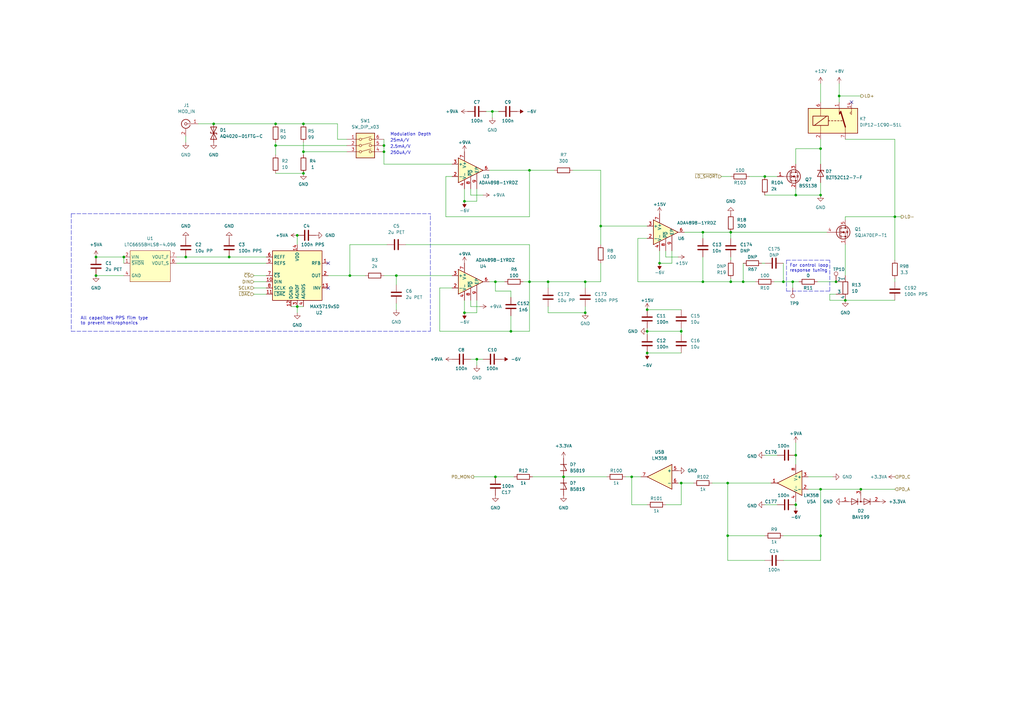
<source format=kicad_sch>
(kicad_sch (version 20211123) (generator eeschema)
  (paper "A3")
  (title_block (title "Kirdy") (date "2022-07-03") (rev "r0.1") (company "M-Labs") (comment 1 "Alex Wong Tat Hang"))
  (lib_symbols
    (symbol "Amplifier_Operational:ADA4898-1YRDZ" (pin_names (offset 0.127))
      (property "Reference" "U" (at 3.81 3.81 0))
      (property "Value" "ADA4898-1YRDZ" (at 11.43 -2.54 0))
      (symbol "ADA4898-1YRDZ_1_1"
        (pin input line (at -7.62 -2.54 0) (length 2.54) (name "-") (number "2"))
        (pin input line (at -7.62 2.54 0) (length 2.54) (name "+") (number "3"))
        (pin power_in line (at -2.54 -7.62 90) (length 3.81) (name "V-") (number "4"))
        (pin output line (at 7.62 0 180) (length 2.54) (name "~") (number "6"))
        (pin power_in line (at -2.54 7.62 270) (length 3.81) (name "V+") (number "7"))
        (pin input line (at 0 -7.62 90) (length 5.08) (name "~{PD}") (number "8"))
        (pin passive line (at 2.54 -7.62 90) (length 6.35) (name "EP") (number "9"))
      )
    )
    (symbol "Amplifier_Operational:LM358" (pin_names (offset 0.127))
      (property "Reference" "U" (at 0 5.08 0))
      (property "Value" "LM358" (at 0 -5.08 0))
      (symbol "LM358_1_1"
        (pin output line (at 7.62 0 180) (length 2.54) (name "~") (number "1"))
        (pin input line (at -7.62 -2.54 0) (length 2.54) (name "-") (number "2"))
        (pin input line (at -7.62 2.54 0) (length 2.54) (name "+") (number "3"))
      )
      (symbol "LM358_2_1"
        (pin input line (at -7.62 2.54 0) (length 2.54) (name "+") (number "5"))
        (pin input line (at -7.62 -2.54 0) (length 2.54) (name "-") (number "6"))
        (pin output line (at 7.62 0 180) (length 2.54) (name "~") (number "7"))
      )
      (symbol "LM358_3_1"
        (pin power_in line (at -2.54 -7.62 90) (length 3.81) (name "V-") (number "4"))
        (pin power_in line (at -2.54 7.62 270) (length 3.81) (name "V+") (number "8"))
      )
    )
    (symbol "Analog_DAC:MAX5719xSD"
      (property "Reference" "U" (at -10.16 11.43 0))
      (property "Value" "MAX5719xSD" (at 1.27 11.43 0))
      (symbol "MAX5719xSD_1_1"
        (pin passive line (at 12.7 5.08 180) (length 2.54) (name "RFB") (number "1"))
        (pin input line (at -12.7 -2.54 0) (length 2.54) (name "DIN") (number "10"))
        (pin input line (at -12.7 -7.62 0) (length 2.54) (name "~{LDAC}") (number "11"))
        (pin power_in line (at -2.54 -12.7 90) (length 2.54) (name "DGND") (number "12"))
        (pin passive line (at 12.7 -5.08 180) (length 2.54) (name "INV") (number "13"))
        (pin power_in line (at 0 12.7 270) (length 2.54) (name "VDD") (number "14"))
        (pin output line (at 12.7 0 180) (length 2.54) (name "OUT") (number "2"))
        (pin power_in line (at 0 -12.7 90) (length 2.54) (name "AGNDF") (number "3"))
        (pin power_in line (at 2.54 -12.7 90) (length 2.54) (name "AGNDS") (number "4"))
        (pin input line (at -12.7 5.08 0) (length 2.54) (name "REFS") (number "5"))
        (pin input line (at -12.7 7.62 0) (length 2.54) (name "REFF") (number "6"))
        (pin input line (at -12.7 0 0) (length 2.54) (name "~{CS}") (number "7"))
        (pin input line (at -12.7 -5.08 0) (length 2.54) (name "SCLK") (number "8"))
        (pin no_connect line (at 10.16 -7.62 180) (length 2.54) hide (name "NC") (number "9"))
      )
    )
    (symbol "Connector:Conn_Coaxial" (pin_names (offset 1.016) hide)
      (property "Reference" "J" (at 0.254 3.048 0))
      (property "Value" "Conn_Coaxial" (at 2.921 0 90))
      (symbol "Conn_Coaxial_1_1"
        (pin passive line (at -5.08 0 0) (length 2.54) (name "In") (number "1"))
        (pin passive line (at 0 -5.08 90) (length 2.54) (name "Ext") (number "2"))
      )
    )
    (symbol "Connector:TestPoint" (pin_numbers hide) (pin_names (offset 0.762) hide)
      (property "Reference" "TP" (at 0 6.858 0))
      (property "Value" "TestPoint" (at 0 5.08 0))
      (symbol "TestPoint_1_1"
        (pin passive line (at 0 0 90) (length 2.54) (name "1") (number "1"))
      )
    )
    (symbol "Device:C" (pin_numbers hide) (pin_names (offset 0.254))
      (property "Reference" "C" (at 0.635 2.54 0))
      (property "Value" "C" (at 0.635 -2.54 0))
      (symbol "C_1_1"
        (pin passive line (at 0 3.81 270) (length 2.794) (name "~") (number "1"))
        (pin passive line (at 0 -3.81 90) (length 2.794) (name "~") (number "2"))
      )
    )
    (symbol "Device:D_Shockley" (pin_numbers hide) (pin_names (offset 1.016) hide)
      (property "Reference" "D" (at 0 2.54 0))
      (property "Value" "D_Shockley" (at 0 -2.54 0))
      (symbol "D_Shockley_1_1"
        (pin passive line (at -3.81 0 0) (length 2.54) (name "K") (number "1"))
        (pin passive line (at 3.81 0 180) (length 2.54) (name "A") (number "2"))
      )
    )
    (symbol "Device:D_TVS" (pin_numbers hide) (pin_names (offset 1.016) hide)
      (property "Reference" "D" (at 0 2.54 0))
      (property "Value" "D_TVS" (at 0 -2.54 0))
      (symbol "D_TVS_1_1"
        (pin passive line (at -3.81 0 0) (length 2.54) (name "A1") (number "1"))
        (pin passive line (at 3.81 0 180) (length 2.54) (name "A2") (number "2"))
      )
    )
    (symbol "Device:D_Zener" (pin_numbers hide) (pin_names (offset 1.016) hide)
      (property "Reference" "D" (at 0 2.54 0))
      (property "Value" "D_Zener" (at 0 -2.54 0))
      (symbol "D_Zener_1_1"
        (pin passive line (at -3.81 0 0) (length 2.54) (name "K") (number "1"))
        (pin passive line (at 3.81 0 180) (length 2.54) (name "A") (number "2"))
      )
    )
    (symbol "Device:R" (pin_numbers hide) (pin_names (offset 0))
      (property "Reference" "R" (at 2.032 0 90))
      (property "Value" "R" (at 0 0 90))
      (symbol "R_1_1"
        (pin passive line (at 0 3.81 270) (length 1.27) (name "~") (number "1"))
        (pin passive line (at 0 -3.81 90) (length 1.27) (name "~") (number "2"))
      )
    )
    (symbol "Device:R_Shunt" (pin_numbers hide) (pin_names (offset 0))
      (property "Reference" "R" (at -4.445 0 90))
      (property "Value" "R_Shunt" (at -2.54 0 90))
      (symbol "R_Shunt_1_1"
        (pin passive line (at 0 5.08 270) (length 2.54) (name "1") (number "1"))
        (pin passive line (at 3.81 2.54 180) (length 2.54) (name "2") (number "2"))
        (pin passive line (at 3.81 -2.54 180) (length 2.54) (name "3") (number "3"))
        (pin passive line (at 0 -5.08 90) (length 2.54) (name "4") (number "4"))
      )
    )
    (symbol "Diode:BAV99" (pin_names hide)
      (property "Reference" "D" (at 0 5.08 0))
      (property "Value" "BAV99" (at 0 2.54 0))
      (symbol "BAV99_1_1"
        (pin passive line (at -7.62 0 0) (length 2.54) (name "K") (number "1"))
        (pin passive line (at 7.62 0 180) (length 2.54) (name "A") (number "2"))
        (pin passive line (at 0 -5.08 90) (length 2.54) (name "K") (number "3"))
      )
    )
    (symbol "Relay:DIPxx-1Cxx-51x"
      (property "Reference" "K" (at 11.43 3.81 0))
      (property "Value" "DIPxx-1Cxx-51x" (at 11.43 1.27 0))
      (symbol "DIPxx-1Cxx-51x_1_1"
        (pin passive line (at 2.54 7.62 270) (length 2.54) (name "~") (number "1"))
        (pin passive line (at 7.62 7.62 270) (length 2.54) (name "~") (number "14"))
        (pin passive line (at -5.08 -7.62 90) (length 2.54) (name "~") (number "2"))
        (pin passive line (at -5.08 7.62 270) (length 2.54) (name "~") (number "6"))
        (pin passive line (at 5.08 -7.62 90) (length 2.54) (name "~") (number "7"))
        (pin passive line (at 5.08 -7.62 90) (length 2.54) hide (name "~") (number "8"))
      )
    )
    (symbol "Switch:SW_DIP_x03" (pin_names (offset 0) hide)
      (property "Reference" "SW" (at 0 8.89 0))
      (property "Value" "SW_DIP_x03" (at 0 -3.81 0))
      (symbol "SW_DIP_x03_1_1"
        (pin passive line (at -7.62 5.08 0) (length 5.08) (name "~") (number "1"))
        (pin passive line (at -7.62 2.54 0) (length 5.08) (name "~") (number "2"))
        (pin passive line (at -7.62 0 0) (length 5.08) (name "~") (number "3"))
        (pin passive line (at 7.62 0 180) (length 5.08) (name "~") (number "4"))
        (pin passive line (at 7.62 2.54 180) (length 5.08) (name "~") (number "5"))
        (pin passive line (at 7.62 5.08 180) (length 5.08) (name "~") (number "6"))
      )
    )
    (symbol "Transistor_FET:BSS138" (pin_names hide)
      (property "Reference" "Q" (at 5.08 1.905 0))
      (property "Value" "BSS138" (at 5.08 0 0))
      (symbol "BSS138_1_1"
        (pin input line (at -5.08 0 0) (length 2.54) (name "G") (number "1"))
        (pin passive line (at 2.54 -5.08 90) (length 2.54) (name "S") (number "2"))
        (pin passive line (at 2.54 5.08 270) (length 2.54) (name "D") (number "3"))
      )
    )
    (symbol "Transistor_FET:CSD17507Q5A" (pin_names hide)
      (property "Reference" "Q" (at 5.08 1.905 0))
      (property "Value" "CSD17507Q5A" (at 5.08 0 0))
      (symbol "CSD17507Q5A_1_1"
        (pin passive line (at 2.54 -5.08 90) (length 2.54) (name "S") (number "1"))
        (pin passive line (at 2.54 -5.08 90) (length 2.54) hide (name "S") (number "2"))
        (pin passive line (at 2.54 -5.08 90) (length 2.54) hide (name "S") (number "3"))
        (pin passive line (at -5.08 0 0) (length 2.54) (name "G") (number "4"))
        (pin passive line (at 2.54 5.08 270) (length 2.54) (name "D") (number "5"))
      )
    )
    (symbol "kirdy:LTC6655"
      (property "Reference" "U" (at 0 -10.16 0))
      (property "Value" "LTC6655" (at 0 -7.62 0))
      (symbol "LTC6655_0_0"
        (pin input line (at -10.16 2.54 0) (length 2.54) (name "~{SHDN}") (number "1"))
        (pin power_in line (at -10.16 5.08 0) (length 2.54) (name "VIN") (number "2"))
        (pin power_in line (at -10.16 -2.54 0) (length 2.54) hide (name "GND") (number "3"))
        (pin power_in line (at -10.16 -2.54 0) (length 2.54) (name "GND") (number "4"))
        (pin power_in line (at -10.16 -2.54 0) (length 2.54) hide (name "GND") (number "5"))
        (pin passive line (at 11.43 2.54 180) (length 2.54) (name "VOUT_S") (number "6"))
        (pin output line (at 11.43 5.08 180) (length 2.54) (name "VOUT_F") (number "7"))
        (pin power_in line (at -10.16 -2.54 0) (length 2.54) hide (name "GND") (number "8"))
      )
    )
    (symbol "power:+12V" (power) (pin_names (offset 0))
      (property "Value" "+12V" (at 0 3.556 0))
      (symbol "+12V_1_1"
        (pin power_in line (at 0 0 90) (length 0) hide (name "+12V") (number "1"))
      )
    )
    (symbol "power:+15V" (power) (pin_names (offset 0))
      (property "Value" "+15V" (at 0 3.556 0))
      (symbol "+15V_1_1"
        (pin power_in line (at 0 0 90) (length 0) hide (name "+15V") (number "1"))
      )
    )
    (symbol "power:+3.3VA" (power) (pin_names (offset 0))
      (property "Value" "+3.3VA" (at 0 3.556 0))
      (symbol "+3.3VA_1_1"
        (pin power_in line (at 0 0 90) (length 0) hide (name "+3.3VA") (number "1"))
      )
    )
    (symbol "power:+5VA" (power) (pin_names (offset 0))
      (property "Value" "+5VA" (at 0 3.556 0))
      (symbol "+5VA_1_1"
        (pin power_in line (at 0 0 90) (length 0) hide (name "+5VA") (number "1"))
      )
    )
    (symbol "power:+8V" (power) (pin_names (offset 0))
      (property "Value" "+8V" (at 0 3.556 0))
      (symbol "+8V_1_1"
        (pin power_in line (at 0 0 90) (length 0) hide (name "+8V") (number "1"))
      )
    )
    (symbol "power:+9VA" (power) (pin_names (offset 0))
      (property "Value" "+9VA" (at 0 3.81 0))
      (symbol "+9VA_1_1"
        (pin power_in line (at 0 0 90) (length 0) hide (name "+9VA") (number "1"))
      )
    )
    (symbol "power:-6V" (power) (pin_names (offset 0))
      (property "Value" "-6V" (at 0 3.81 0))
      (symbol "-6V_0_0"
        (pin power_in line (at 0 0 90) (length 0) hide (name "-6V") (number "1"))
      )
    )
    (symbol "power:GND" (power) (pin_names (offset 0))
      (property "Value" "GND" (at 0 -3.81 0))
      (symbol "GND_1_1"
        (pin power_in line (at 0 0 270) (length 0) hide (name "GND") (number "1"))
      )
    )
  )
  (junction (at 270.51 107.95))
  (junction (at 124.46 71.12))
  (junction (at 217.17 69.85))
  (junction (at 342.9 115.57))
  (junction (at 265.43 135.89))
  (junction (at 203.2 115.57))
  (junction (at 121.92 96.52))
  (junction (at 288.29 95.25))
  (junction (at 367.03 88.9))
  (junction (at 231.14 195.58))
  (junction (at 87.63 50.8))
  (junction (at 201.93 45.72))
  (junction (at 157.48 62.23))
  (junction (at 240.03 115.57))
  (junction (at 336.55 219.71))
  (junction (at 195.58 147.32))
  (junction (at 299.72 115.57))
  (junction (at 265.43 127))
  (junction (at 190.5 128.27))
  (junction (at 124.46 50.8))
  (junction (at 336.55 60.96))
  (junction (at 298.45 198.12))
  (junction (at 217.17 115.57))
  (junction (at 224.79 115.57))
  (junction (at 190.5 82.55))
  (junction (at 325.12 115.57))
  (junction (at 288.29 115.57))
  (junction (at 143.51 113.03))
  (junction (at 336.55 80.01))
  (junction (at 326.39 207.01))
  (junction (at 326.39 80.01))
  (junction (at 299.72 95.25))
  (junction (at 259.08 195.58))
  (junction (at 113.03 50.8))
  (junction (at 336.55 200.66))
  (junction (at 162.56 113.03))
  (junction (at 76.2 105.41))
  (junction (at 279.4 198.12))
  (junction (at 279.4 135.89))
  (junction (at 246.38 92.71))
  (junction (at 50.8 105.41))
  (junction (at 346.71 123.19))
  (junction (at 265.43 144.78))
  (junction (at 93.98 105.41))
  (junction (at 353.06 200.66))
  (junction (at 39.37 113.03))
  (junction (at 240.03 128.27))
  (junction (at 113.03 59.69))
  (junction (at 344.17 39.37))
  (junction (at 298.45 219.71))
  (junction (at 304.8 115.57))
  (junction (at 326.39 186.69))
  (junction (at 124.46 62.23))
  (junction (at 121.92 125.73))
  (junction (at 209.55 135.89))
  (junction (at 39.37 105.41))
  (junction (at 203.2 195.58))
  (junction (at 157.48 59.69))
  (junction (at 313.69 72.39))
  (junction (at 321.31 115.57))
  (no_connect (at 349.25 41.91))
  (no_connect (at 134.62 118.11))
  (no_connect (at 134.62 107.95))
  (wire (pts (xy 162.56 124.46) (xy 162.56 127)))
  (wire (pts (xy 104.14 113.03) (xy 109.22 113.03)))
  (wire (pts (xy 326.39 207.01) (xy 326.39 205.74)))
  (wire (pts (xy 298.45 219.71) (xy 313.69 219.71)))
  (wire (pts (xy 50.8 105.41) (xy 50.8 107.95)))
  (wire (pts (xy 157.48 59.69) (xy 157.48 62.23)))
  (wire (pts (xy 313.69 72.39) (xy 318.77 72.39)))
  (wire (pts (xy 217.17 115.57) (xy 224.79 115.57)))
  (wire (pts (xy 353.06 200.66) (xy 367.03 200.66)))
  (wire (pts (xy 113.03 71.12) (xy 124.46 71.12)))
  (wire (pts (xy 335.28 115.57) (xy 342.9 115.57)))
  (wire (pts (xy 288.29 95.25) (xy 299.72 95.25)))
  (wire (pts (xy 321.31 219.71) (xy 336.55 219.71)))
  (wire (pts (xy 336.55 219.71) (xy 336.55 200.66)))
  (wire (pts (xy 325.12 118.11) (xy 325.12 115.57)))
  (wire (pts (xy 231.14 195.58) (xy 248.92 195.58)))
  (wire (pts (xy 240.03 115.57) (xy 246.38 115.57)))
  (wire (pts (xy 265.43 135.89) (xy 265.43 137.16)))
  (wire (pts (xy 346.71 90.17) (xy 346.71 88.9)))
  (wire (pts (xy 166.37 100.33) (xy 217.17 100.33)))
  (wire (pts (xy 138.43 57.15) (xy 142.24 57.15)))
  (wire (pts (xy 278.13 198.12) (xy 279.4 198.12)))
  (wire (pts (xy 194.31 195.58) (xy 203.2 195.58)))
  (wire (pts (xy 76.2 58.42) (xy 76.2 55.88)))
  (wire (pts (xy 240.03 118.11) (xy 240.03 115.57)))
  (wire (pts (xy 288.29 95.25) (xy 288.29 97.79)))
  (wire (pts (xy 280.67 95.25) (xy 288.29 95.25)))
  (wire (pts (xy 193.04 125.73) (xy 196.85 125.73)))
  (wire (pts (xy 336.55 34.29) (xy 336.55 41.91)))
  (wire (pts (xy 124.46 58.42) (xy 124.46 62.23)))
  (wire (pts (xy 273.05 207.01) (xy 279.4 207.01)))
  (wire (pts (xy 246.38 107.95) (xy 246.38 115.57)))
  (wire (pts (xy 367.03 114.3) (xy 367.03 115.57)))
  (wire (pts (xy 299.72 95.25) (xy 339.09 95.25)))
  (wire (pts (xy 81.28 50.8) (xy 87.63 50.8)))
  (wire (pts (xy 336.55 74.93) (xy 336.55 80.01)))
  (polyline (pts (xy 322.58 119.38) (xy 340.36 119.38)))
  (wire (pts (xy 104.14 118.11) (xy 109.22 118.11)))
  (wire (pts (xy 273.05 105.41) (xy 278.13 105.41)))
  (polyline (pts (xy 322.58 106.68) (xy 340.36 106.68)))
  (wire (pts (xy 326.39 60.96) (xy 336.55 60.96)))
  (wire (pts (xy 340.36 120.65) (xy 340.36 123.19)))
  (wire (pts (xy 157.48 57.15) (xy 157.48 59.69)))
  (wire (pts (xy 299.72 105.41) (xy 299.72 106.68)))
  (wire (pts (xy 298.45 219.71) (xy 298.45 198.12)))
  (wire (pts (xy 76.2 105.41) (xy 93.98 105.41)))
  (wire (pts (xy 104.14 115.57) (xy 109.22 115.57)))
  (wire (pts (xy 113.03 58.42) (xy 113.03 59.69)))
  (wire (pts (xy 200.66 69.85) (xy 217.17 69.85)))
  (wire (pts (xy 201.93 45.72) (xy 201.93 48.26)))
  (wire (pts (xy 295.91 72.39) (xy 299.72 72.39)))
  (wire (pts (xy 224.79 115.57) (xy 240.03 115.57)))
  (wire (pts (xy 217.17 88.9) (xy 217.17 69.85)))
  (wire (pts (xy 209.55 135.89) (xy 217.17 135.89)))
  (wire (pts (xy 162.56 113.03) (xy 185.42 113.03)))
  (wire (pts (xy 157.48 113.03) (xy 162.56 113.03)))
  (wire (pts (xy 299.72 95.25) (xy 299.72 97.79)))
  (wire (pts (xy 217.17 135.89) (xy 217.17 115.57)))
  (wire (pts (xy 367.03 88.9) (xy 346.71 88.9)))
  (wire (pts (xy 313.69 229.87) (xy 298.45 229.87)))
  (wire (pts (xy 240.03 128.27) (xy 240.03 125.73)))
  (wire (pts (xy 313.69 207.01) (xy 318.77 207.01)))
  (wire (pts (xy 72.39 107.95) (xy 109.22 107.95)))
  (wire (pts (xy 336.55 57.15) (xy 336.55 60.96)))
  (wire (pts (xy 124.46 62.23) (xy 142.24 62.23)))
  (wire (pts (xy 214.63 115.57) (xy 217.17 115.57)))
  (wire (pts (xy 279.4 135.89) (xy 265.43 135.89)))
  (wire (pts (xy 201.93 45.72) (xy 204.47 45.72)))
  (wire (pts (xy 180.34 118.11) (xy 180.34 135.89)))
  (wire (pts (xy 256.54 195.58) (xy 259.08 195.58)))
  (wire (pts (xy 259.08 207.01) (xy 259.08 195.58)))
  (wire (pts (xy 195.58 82.55) (xy 195.58 77.47)))
  (wire (pts (xy 190.5 77.47) (xy 190.5 82.55)))
  (wire (pts (xy 195.58 128.27) (xy 195.58 123.19)))
  (wire (pts (xy 279.4 198.12) (xy 284.48 198.12)))
  (wire (pts (xy 143.51 100.33) (xy 143.51 113.03)))
  (wire (pts (xy 158.75 100.33) (xy 143.51 100.33)))
  (polyline (pts (xy 29.21 87.63) (xy 176.53 87.63)))
  (wire (pts (xy 346.71 123.19) (xy 367.03 123.19)))
  (wire (pts (xy 218.44 195.58) (xy 231.14 195.58)))
  (wire (pts (xy 195.58 147.32) (xy 198.12 147.32)))
  (wire (pts (xy 87.63 50.8) (xy 113.03 50.8)))
  (wire (pts (xy 304.8 107.95) (xy 304.8 115.57)))
  (wire (pts (xy 193.04 77.47) (xy 193.04 80.01)))
  (wire (pts (xy 113.03 50.8) (xy 124.46 50.8)))
  (wire (pts (xy 190.5 82.55) (xy 195.58 82.55)))
  (wire (pts (xy 193.04 147.32) (xy 195.58 147.32)))
  (wire (pts (xy 203.2 195.58) (xy 210.82 195.58)))
  (wire (pts (xy 321.31 115.57) (xy 325.12 115.57)))
  (wire (pts (xy 246.38 69.85) (xy 246.38 92.71)))
  (wire (pts (xy 270.51 107.95) (xy 275.59 107.95)))
  (wire (pts (xy 199.39 45.72) (xy 201.93 45.72)))
  (wire (pts (xy 344.17 39.37) (xy 344.17 41.91)))
  (wire (pts (xy 185.42 72.39) (xy 182.88 72.39)))
  (polyline (pts (xy 340.36 119.38) (xy 340.36 106.68)))
  (wire (pts (xy 340.36 120.65) (xy 342.9 120.65)))
  (wire (pts (xy 292.1 198.12) (xy 298.45 198.12)))
  (wire (pts (xy 72.39 105.41) (xy 76.2 105.41)))
  (wire (pts (xy 259.08 195.58) (xy 262.89 195.58)))
  (wire (pts (xy 180.34 135.89) (xy 209.55 135.89)))
  (wire (pts (xy 298.45 198.12) (xy 316.23 198.12)))
  (wire (pts (xy 193.04 123.19) (xy 193.04 125.73)))
  (wire (pts (xy 134.62 113.03) (xy 143.51 113.03)))
  (wire (pts (xy 209.55 119.38) (xy 203.2 119.38)))
  (wire (pts (xy 93.98 105.41) (xy 109.22 105.41)))
  (wire (pts (xy 317.5 115.57) (xy 321.31 115.57)))
  (wire (pts (xy 367.03 57.15) (xy 346.71 57.15)))
  (wire (pts (xy 326.39 67.31) (xy 326.39 60.96)))
  (wire (pts (xy 234.95 69.85) (xy 246.38 69.85)))
  (wire (pts (xy 39.37 105.41) (xy 50.8 105.41)))
  (wire (pts (xy 326.39 181.61) (xy 326.39 186.69)))
  (wire (pts (xy 39.37 113.03) (xy 50.8 113.03)))
  (wire (pts (xy 369.57 88.9) (xy 367.03 88.9)))
  (wire (pts (xy 190.5 128.27) (xy 195.58 128.27)))
  (wire (pts (xy 124.46 62.23) (xy 124.46 63.5)))
  (wire (pts (xy 270.51 102.87) (xy 270.51 107.95)))
  (polyline (pts (xy 29.21 87.63) (xy 29.21 135.89)))
  (wire (pts (xy 325.12 115.57) (xy 327.66 115.57)))
  (wire (pts (xy 113.03 59.69) (xy 142.24 59.69)))
  (wire (pts (xy 261.62 115.57) (xy 261.62 97.79)))
  (wire (pts (xy 298.45 229.87) (xy 298.45 219.71)))
  (wire (pts (xy 121.92 96.52) (xy 121.92 100.33)))
  (wire (pts (xy 273.05 102.87) (xy 273.05 105.41)))
  (wire (pts (xy 157.48 67.31) (xy 185.42 67.31)))
  (polyline (pts (xy 322.58 106.68) (xy 322.58 119.38)))
  (wire (pts (xy 217.17 69.85) (xy 227.33 69.85)))
  (wire (pts (xy 331.47 195.58) (xy 341.63 195.58)))
  (wire (pts (xy 304.8 115.57) (xy 309.88 115.57)))
  (wire (pts (xy 344.17 39.37) (xy 353.06 39.37)))
  (wire (pts (xy 288.29 115.57) (xy 261.62 115.57)))
  (wire (pts (xy 182.88 88.9) (xy 217.17 88.9)))
  (wire (pts (xy 119.38 125.73) (xy 121.92 125.73)))
  (wire (pts (xy 246.38 92.71) (xy 265.43 92.71)))
  (wire (pts (xy 367.03 88.9) (xy 367.03 106.68)))
  (wire (pts (xy 104.14 120.65) (xy 109.22 120.65)))
  (wire (pts (xy 326.39 208.28) (xy 326.39 207.01)))
  (wire (pts (xy 143.51 113.03) (xy 149.86 113.03)))
  (wire (pts (xy 193.04 80.01) (xy 198.12 80.01)))
  (wire (pts (xy 246.38 92.71) (xy 246.38 100.33)))
  (polyline (pts (xy 29.21 135.89) (xy 176.53 135.89)))
  (wire (pts (xy 224.79 125.73) (xy 224.79 128.27)))
  (wire (pts (xy 299.72 114.3) (xy 299.72 115.57)))
  (wire (pts (xy 367.03 57.15) (xy 367.03 88.9)))
  (wire (pts (xy 313.69 186.69) (xy 318.77 186.69)))
  (wire (pts (xy 321.31 229.87) (xy 336.55 229.87)))
  (wire (pts (xy 336.55 60.96) (xy 336.55 67.31)))
  (wire (pts (xy 190.5 123.19) (xy 190.5 128.27)))
  (wire (pts (xy 326.39 186.69) (xy 326.39 190.5)))
  (wire (pts (xy 224.79 118.11) (xy 224.79 115.57)))
  (wire (pts (xy 331.47 200.66) (xy 336.55 200.66)))
  (wire (pts (xy 203.2 119.38) (xy 203.2 115.57)))
  (wire (pts (xy 321.31 107.95) (xy 321.31 115.57)))
  (wire (pts (xy 336.55 229.87) (xy 336.55 219.71)))
  (wire (pts (xy 209.55 129.54) (xy 209.55 135.89)))
  (wire (pts (xy 279.4 134.62) (xy 279.4 135.89)))
  (wire (pts (xy 344.17 34.29) (xy 344.17 39.37)))
  (wire (pts (xy 312.42 107.95) (xy 313.69 107.95)))
  (wire (pts (xy 313.69 80.01) (xy 326.39 80.01)))
  (wire (pts (xy 113.03 59.69) (xy 113.03 63.5)))
  (wire (pts (xy 121.92 125.73) (xy 121.92 128.27)))
  (wire (pts (xy 217.17 100.33) (xy 217.17 115.57)))
  (wire (pts (xy 279.4 135.89) (xy 279.4 137.16)))
  (wire (pts (xy 162.56 113.03) (xy 162.56 116.84)))
  (wire (pts (xy 279.4 207.01) (xy 279.4 198.12)))
  (wire (pts (xy 157.48 62.23) (xy 157.48 67.31)))
  (wire (pts (xy 124.46 50.8) (xy 138.43 50.8)))
  (wire (pts (xy 203.2 115.57) (xy 207.01 115.57)))
  (wire (pts (xy 326.39 77.47) (xy 326.39 80.01)))
  (wire (pts (xy 307.34 72.39) (xy 313.69 72.39)))
  (wire (pts (xy 340.36 123.19) (xy 346.71 123.19)))
  (wire (pts (xy 185.42 118.11) (xy 180.34 118.11)))
  (wire (pts (xy 265.43 134.62) (xy 265.43 135.89)))
  (wire (pts (xy 224.79 128.27) (xy 240.03 128.27)))
  (wire (pts (xy 265.43 127) (xy 279.4 127)))
  (wire (pts (xy 336.55 200.66) (xy 353.06 200.66)))
  (wire (pts (xy 288.29 115.57) (xy 299.72 115.57)))
  (wire (pts (xy 209.55 121.92) (xy 209.55 119.38)))
  (wire (pts (xy 265.43 144.78) (xy 279.4 144.78)))
  (wire (pts (xy 200.66 115.57) (xy 203.2 115.57)))
  (wire (pts (xy 346.71 100.33) (xy 346.71 113.03)))
  (wire (pts (xy 138.43 50.8) (xy 138.43 57.15)))
  (wire (pts (xy 275.59 107.95) (xy 275.59 102.87)))
  (wire (pts (xy 288.29 105.41) (xy 288.29 115.57)))
  (wire (pts (xy 195.58 147.32) (xy 195.58 149.86)))
  (wire (pts (xy 299.72 115.57) (xy 304.8 115.57)))
  (polyline (pts (xy 176.53 135.89) (xy 176.53 87.63)))
  (wire (pts (xy 336.55 80.01) (xy 326.39 80.01)))
  (wire (pts (xy 265.43 207.01) (xy 259.08 207.01)))
  (wire (pts (xy 121.92 125.73) (xy 124.46 125.73)))
  (wire (pts (xy 182.88 72.39) (xy 182.88 88.9)))
  (wire (pts (xy 261.62 97.79) (xy 265.43 97.79)))
  (text "250uA/V" (at 160.02 63.5 0) (effects (font (size 1.27 1.27)) (justify left bottom)))
  (text "All capacitors PPS film type\nto prevent microphonics " (at 33.02 133.35 0) (effects (font (size 1.27 1.27)) (justify left bottom)))
  (text "2.5mA/V" (at 160.02 60.96 0) (effects (font (size 1.27 1.27)) (justify left bottom)))
  (text "For control loop\nresponse tuning" (at 323.85 111.76 0) (effects (font (size 1.27 1.27)) (justify left bottom)))
  (text "25mA/V" (at 160.02 58.42 0) (effects (font (size 1.27 1.27)) (justify left bottom)))
  (text "Modulation Depth" (at 160.02 55.88 0) (effects (font (size 1.27 1.27)) (justify left bottom)))
  (hierarchical_label "~{LDAC}" (shape input) (at 104.14 120.65 180))
  (hierarchical_label "~{LD_SHORT}" (shape input) (at 295.91 72.39 180))
  (hierarchical_label "LD+" (shape output) (at 353.06 39.37 0))
  (hierarchical_label "SCLK" (shape input) (at 104.14 118.11 180))
  (hierarchical_label "PD_MON" (shape output) (at 194.31 195.58 180))
  (hierarchical_label "PD_C" (shape input) (at 367.03 195.58 0))
  (hierarchical_label "PD_A" (shape input) (at 367.03 200.66 0))
  (hierarchical_label "DIN" (shape input) (at 104.14 115.57 180))
  (hierarchical_label "LD-" (shape output) (at 369.57 88.9 0))
  (hierarchical_label "~{CS}" (shape input) (at 104.14 113.03 180))
  (symbol (lib_id "Connector:TestPoint") (at 342.9 115.57 0) (unit 1)
    (property "Reference" "TP10" (at 341.63 110.49 0) (effects (justify left)))
    (property "Value" "TestPoint" (effects hide))
    (property "Footprint" "TestPoint:TestPoint_Pad_2.0x2.0mm" (effects hide))
  )
  (symbol (lib_id "Amplifier_Operational:LM358") (at 328.93 198.12 0) (unit 3)
    (property "Reference" "U5" (effects hide))
    (property "Value" "LM358" (effects hide))
    (property "Datasheet" "http://www.ti.com/lit/ds/symlink/lm2904-n.pdf" (effects hide))
  )
  (symbol (lib_id "Device:R") (at 299.72 110.49 180) (unit 1)
    (property "Reference" "R19" (at 295.91 111.76 0))
    (property "Value" "DNP" (at 295.91 109.22 0))
    (property "Footprint" "Resistor_SMD:R_0603_1608Metric" (effects hide))
  )
  (symbol (lib_id "Device:R") (at 299.72 91.44 180) (unit 1)
    (property "Reference" "R18" (at 302.26 90.1699 0) (effects (justify right)))
    (property "Value" "300" (at 302.26 92.7099 0) (effects (justify right)))
    (property "Footprint" "Resistor_SMD:R_0603_1608Metric" (effects hide))
    (property "MFR_PN" "WR06X1000FTL" (effects hide))
    (property "MFR_PN_ALT" "RMCF0603FT100R" (effects hide))
  )
  (symbol (lib_id "Diode:BAV99") (at 353.06 205.74 0) (mirror x) (unit 1)
    (property "Reference" "D2" (at 353.06 209.55 0))
    (property "Value" "BAV199" (at 353.06 212.09 0))
    (property "Footprint" "Package_TO_SOT_SMD:SOT-23" (effects hide))
    (property "Datasheet" "https://assets.nexperia.com/documents/data-sheet/BAV99_SER.pdf" (effects hide))
    (property "MFR_PN" "BAV199W-7" (effects hide))
    (property "MFR_PN_ALT" "BAV199E6327HTSA1" (effects hide))
  )
  (symbol (lib_id "power:+3.3VA") (at 367.03 195.58 90) (unit 1)
    (property "Reference" "#PWR0173" (effects hide))
    (property "Value" "+3.3VA" (at 356.87 195.58 90) (effects (justify right)))
  )
  (symbol (lib_id "power:GND") (at 313.69 186.69 270) (unit 1)
    (property "Reference" "#PWR0130" (effects hide))
    (property "Value" "GND" (at 310.5151 187.1238 90) (effects (justify right)))
  )
  (symbol (lib_id "power:GND") (at 345.44 205.74 270) (unit 1)
    (property "Reference" "#PWR036" (effects hide))
    (property "Value" "GND" (at 341.63 205.7399 90) (effects (justify right)))
  )
  (symbol (lib_id "Device:R") (at 313.69 76.2 180) (unit 1)
    (property "Reference" "R104" (at 316.23 74.9299 0) (effects (justify right)))
    (property "Value" "2k" (at 316.23 77.4699 0) (effects (justify right)))
    (property "Footprint" "Resistor_SMD:R_0603_1608Metric" (effects hide))
    (property "MFR_PN" "RC0603FR-072KL" (effects hide))
    (property "MFR_PN_ALT" "ERJ-3EKF2001V" (effects hide))
  )
  (symbol (lib_id "power:GND") (at 336.55 80.01 0) (unit 1)
    (property "Reference" "#PWR0171" (effects hide))
    (property "Value" "GND" (at 336.55 85.09 0))
  )
  (symbol (lib_id "power:+3.3VA") (at 231.14 187.96 0) (unit 1)
    (property "Reference" "#PWR032" (effects hide))
    (property "Value" "+3.3VA" (at 231.14 182.88 0))
  )
  (symbol (lib_id "power:-6V") (at 212.09 45.72 270) (unit 1)
    (property "Reference" "#PWR022" (effects hide))
    (property "Value" "-6V" (at 215.9 45.7199 90) (effects (justify left)))
  )
  (symbol (lib_id "Device:C") (at 162.56 100.33 90) (unit 1)
    (property "Reference" "C5" (at 162.56 92.71 90))
    (property "Value" "2u PET" (at 162.56 95.25 90))
    (property "Footprint" "Capacitor_SMD:C_1812_4532Metric" (effects hide))
    (property "MFR_PN" "35MU225MC14532" (effects hide))
  )
  (symbol (lib_id "power:+15V") (at 265.43 127 0) (unit 1)
    (property "Reference" "#PWR028" (effects hide))
    (property "Value" "+15V" (at 265.43 123.19 0))
  )
  (symbol (lib_id "Device:R") (at 331.47 115.57 90) (unit 1)
    (property "Reference" "R11" (at 331.47 118.11 90))
    (property "Value" "0" (at 331.47 113.03 90))
    (property "Footprint" "Resistor_SMD:R_0603_1608Metric" (effects hide))
    (property "MFR_PN" "RMCF0603ZT0R00" (effects hide))
    (property "MFR_PN_ALT" "CR0603-J/-000ELF" (effects hide))
  )
  (symbol (lib_id "power:-6V") (at 205.74 147.32 270) (unit 1)
    (property "Reference" "#PWR023" (effects hide))
    (property "Value" "-6V" (at 209.55 147.3199 90) (effects (justify left)))
  )
  (symbol (lib_id "Device:C") (at 208.28 45.72 90) (unit 1)
    (property "Reference" "C9" (at 208.28 41.91 90))
    (property "Value" "100n" (at 208.28 49.53 90))
    (property "Footprint" "Capacitor_SMD:C_0603_1608Metric" (effects hide))
    (property "MFR_PN" "CL10B104KB8NNWC" (effects hide))
    (property "MFR_PN_ALT" "CL10B104KB8NNNL" (effects hide))
  )
  (symbol (lib_id "Device:R") (at 269.24 207.01 90) (unit 1)
    (property "Reference" "R101" (at 269.24 204.47 90))
    (property "Value" "1k" (at 269.24 209.55 90))
    (property "Footprint" "Resistor_SMD:R_0603_1608Metric" (effects hide))
    (property "MFR_PN" "RNCP0603FTD1K00" (effects hide))
    (property "MFR_PN_ALT" "WR06X1001FTL" (effects hide))
  )
  (symbol (lib_id "Relay:DIPxx-1Cxx-51x") (at 341.63 49.53 0) (unit 1)
    (property "Reference" "K?" (at 352.552 48.6953 0) (effects (justify left)))
    (property "Value" "DIP12-1C90-51L" (at 352.552 51.2322 0) (effects (justify left)))
    (property "Footprint" "Relay_THT:Relay_StandexMeder_DIP_LowProfile" (effects hide))
    (property "Datasheet" "https://standexelectronics.com/wp-content/uploads/datasheet_reed_relay_DIP.pdf" (effects hide))
  )
  (symbol (lib_id "Amplifier_Operational:LM358") (at 270.51 195.58 0) (mirror y) (unit 2)
    (property "Reference" "U5" (at 270.51 185.42 0))
    (property "Value" "LM358" (at 270.51 187.96 0))
    (property "Datasheet" "http://www.ti.com/lit/ds/symlink/lm2904-n.pdf" (effects hide))
  )
  (symbol (lib_id "power:+5VA") (at 39.37 105.41 0) (unit 1)
    (property "Reference" "#PWR01" (effects hide))
    (property "Value" "+5VA" (at 39.37 100.33 0))
  )
  (symbol (lib_id "Device:C") (at 279.4 140.97 0) (unit 1)
    (property "Reference" "C16" (at 283.21 139.6999 0) (effects (justify left)))
    (property "Value" "10u" (at 283.21 142.2399 0) (effects (justify left)))
    (property "Footprint" "Capacitor_SMD:C_0805_2012Metric" (effects hide))
    (property "MFR_PN" "CL21B106KOQNNNG" (effects hide))
    (property "MFR_PN_ALT" "CL21B106KOQNNNE" (effects hide))
  )
  (symbol (lib_id "Device:C") (at 76.2 101.6 0) (unit 1)
    (property "Reference" "C2" (at 80.01 100.3299 0) (effects (justify left)))
    (property "Value" "10u PP" (at 80.01 102.8699 0) (effects (justify left)))
    (property "Footprint" "Capacitor_SMD:C_1812_4532Metric" (effects hide))
    (property "MFR_PN" "16MU106MC44532" (effects hide))
  )
  (symbol (lib_id "Connector:TestPoint") (at 325.12 118.11 180) (unit 1)
    (property "Reference" "TP9" (at 327.66 124.46 0) (effects (justify left)))
    (property "Value" "TestPoint" (effects hide))
    (property "Footprint" "TestPoint:TestPoint_Pad_2.0x2.0mm" (effects hide))
  )
  (symbol (lib_id "Device:C") (at 299.72 101.6 0) (unit 1)
    (property "Reference" "C174" (at 303.53 100.3299 0) (effects (justify left)))
    (property "Value" "DNP" (at 303.53 102.8699 0) (effects (justify left)))
    (property "Footprint" "Capacitor_SMD:C_0603_1608Metric" (effects hide))
  )
  (symbol (lib_id "Device:R") (at 313.69 115.57 90) (unit 1)
    (property "Reference" "R10" (at 313.69 118.11 90))
    (property "Value" "100" (at 313.69 113.03 90))
    (property "Footprint" "Resistor_SMD:R_0603_1608Metric" (effects hide))
    (property "MFR_PN" "WR06X1000FTL" (effects hide))
    (property "MFR_PN_ALT" "RMCF0603FT100R" (effects hide))
  )
  (symbol (lib_id "Device:R") (at 367.03 110.49 180) (unit 1)
    (property "Reference" "R98" (at 370.84 109.22 0))
    (property "Value" "3.3" (at 370.84 111.76 0))
    (property "Footprint" "Resistor_SMD:R_0603_1608Metric" (effects hide))
  )
  (symbol (lib_id "power:GND") (at 121.92 128.27 0) (unit 1)
    (property "Reference" "#PWR06" (effects hide))
    (property "Value" "GND" (at 121.92 133.35 0))
  )
  (symbol (lib_id "Amplifier_Operational:ADA4898-1YRDZ") (at 273.05 95.25 0) (unit 1)
    (property "Reference" "U6" (at 279.4 97.79 0))
    (property "Value" "ADA4898-1YRDZ" (at 285.75 91.44 0))
    (property "Footprint" "Package_SO:SOIC-8-1EP_3.9x4.9mm_P1.27mm_EP2.29x3mm" (effects hide))
    (property "Datasheet" "https://www.analog.com/media/en/technical-documentation/data-sheets/ada4898-1_4898-2.pdf" (effects hide))
    (property "MFR_PN" "ADA4898-1YRDZ" (effects hide))
  )
  (symbol (lib_id "Device:C") (at 288.29 101.6 0) (unit 1)
    (property "Reference" "C13" (at 292.1 100.3299 0) (effects (justify left)))
    (property "Value" "10n" (at 292.1 102.8699 0) (effects (justify left)))
    (property "Footprint" "Capacitor_SMD:C_0603_1608Metric" (effects hide))
    (property "MFR_PN" "0603B103K500CT" (effects hide))
    (property "MFR_PN_ALT" "CL10B103KB8NNNC" (effects hide))
  )
  (symbol (lib_id "Device:C") (at 322.58 207.01 90) (unit 1)
    (property "Reference" "C177" (at 318.77 205.74 90) (effects (justify left)))
    (property "Value" "100n" (at 323.85 203.2 90) (effects (justify left)))
    (property "Footprint" "Capacitor_SMD:C_0603_1608Metric" (effects hide))
    (property "MFR_PN" "CL10B104KB8NNWC" (effects hide))
    (property "MFR_PN_ALT" "CL10B104KB8NNNL" (effects hide))
  )
  (symbol (lib_id "Device:C") (at 367.03 119.38 0) (unit 1)
    (property "Reference" "C192" (at 370.84 118.1099 0) (effects (justify left)))
    (property "Value" "100n PPS" (at 370.84 120.6499 0) (effects (justify left)))
    (property "Footprint" "Capacitor_SMD:C_1210_3225Metric" (effects hide))
    (property "MFR_PN" "ECH-U1C104JX5" (effects hide))
  )
  (symbol (lib_id "Device:R") (at 288.29 198.12 90) (unit 1)
    (property "Reference" "R102" (at 288.29 195.58 90))
    (property "Value" "1k" (at 288.29 200.66 90))
    (property "Footprint" "Resistor_SMD:R_0603_1608Metric" (effects hide))
    (property "MFR_PN" "RNCP0603FTD1K00" (effects hide))
    (property "MFR_PN_ALT" "WR06X1001FTL" (effects hide))
  )
  (symbol (lib_id "power:GND") (at 341.63 195.58 90) (unit 1)
    (property "Reference" "#PWR0172" (effects hide))
    (property "Value" "GND" (at 345.44 195.5799 90) (effects (justify right)))
  )
  (symbol (lib_id "Device:R") (at 246.38 104.14 180) (unit 1)
    (property "Reference" "R8" (at 248.92 102.8699 0) (effects (justify right)))
    (property "Value" "100" (at 248.92 105.4099 0) (effects (justify right)))
    (property "Footprint" "Resistor_SMD:R_0603_1608Metric" (effects hide))
    (property "MFR_PN" "RT0603FRE07300RL" (effects hide))
    (property "MFR_PN_ALT" "RC0603FR-10300RL" (effects hide))
  )
  (symbol (lib_id "power:GND") (at 129.54 96.52 90) (unit 1)
    (property "Reference" "#PWR07" (effects hide))
    (property "Value" "GND" (at 133.35 96.5199 90) (effects (justify right)))
  )
  (symbol (lib_id "Device:R") (at 113.03 67.31 180) (unit 1)
    (property "Reference" "R2" (at 116.84 66.04 0))
    (property "Value" "10" (at 116.84 68.58 0))
    (property "Footprint" "Resistor_SMD:R_0603_1608Metric" (effects hide))
    (property "MFR_PN" "RT0603BRD0710RL" (effects hide))
    (property "MFR_PN_ALT" "WR06X10R0FTL" (effects hide))
  )
  (symbol (lib_id "power:GND") (at 39.37 113.03 0) (unit 1)
    (property "Reference" "#PWR02" (effects hide))
    (property "Value" "GND" (at 39.37 118.11 0))
  )
  (symbol (lib_id "power:GND") (at 76.2 97.79 180) (unit 1)
    (property "Reference" "#PWR03" (effects hide))
    (property "Value" "GND" (at 76.2 92.71 0))
  )
  (symbol (lib_id "power:GND") (at 313.69 207.01 270) (unit 1)
    (property "Reference" "#PWR037" (effects hide))
    (property "Value" "GND" (at 310.5151 207.4438 90) (effects (justify right)))
  )
  (symbol (lib_id "Device:C") (at 317.5 229.87 90) (unit 1)
    (property "Reference" "C14" (at 317.5 226.06 90))
    (property "Value" "100n" (at 317.5 233.68 90))
    (property "Footprint" "Capacitor_SMD:C_0603_1608Metric" (effects hide))
    (property "MFR_PN" "GCM1885C1H162FA16D" (effects hide))
    (property "MFR_PN_ALT" "C0603C162J5GAC7867" (effects hide))
  )
  (symbol (lib_id "Device:R") (at 214.63 195.58 90) (unit 1)
    (property "Reference" "R12" (at 214.63 193.04 90))
    (property "Value" "1k" (at 214.63 198.12 90))
    (property "Footprint" "Resistor_SMD:R_0603_1608Metric" (effects hide))
    (property "MFR_PN" "RNCP0603FTD1K00" (effects hide))
    (property "MFR_PN_ALT" "WR06X1001FTL" (effects hide))
  )
  (symbol (lib_id "Device:C") (at 203.2 199.39 180) (unit 1)
    (property "Reference" "C17" (at 209.55 201.93 0) (effects (justify left)))
    (property "Value" "100n" (at 210.82 199.39 0) (effects (justify left)))
    (property "Footprint" "Capacitor_SMD:C_0603_1608Metric" (effects hide))
    (property "MFR_PN" "CL10B104KB8NNWC" (effects hide))
    (property "MFR_PN_ALT" "CL10B104KB8NNNL" (effects hide))
  )
  (symbol (lib_id "power:GND") (at 278.13 193.04 90) (unit 1)
    (property "Reference" "#PWR033" (effects hide))
    (property "Value" "GND" (at 281.94 193.0399 90) (effects (justify right)))
  )
  (symbol (lib_id "power:GND") (at 299.72 87.63 180) (unit 1)
    (property "Reference" "#PWR035" (effects hide))
    (property "Value" "GND" (at 299.72 82.55 0))
  )
  (symbol (lib_id "Device:C") (at 224.79 121.92 0) (unit 1)
    (property "Reference" "C172" (at 228.6 120.6499 0) (effects (justify left)))
    (property "Value" "10u PP" (at 228.6 123.1899 0) (effects (justify left)))
    (property "Footprint" "Capacitor_SMD:C_1812_4532Metric" (effects hide))
    (property "MFR_PN" "16MU106MC44532" (effects hide))
  )
  (symbol (lib_id "Device:D_Zener") (at 336.55 71.12 270) (unit 1)
    (property "Reference" "D?" (at 338.582 70.2853 90) (effects (justify left)))
    (property "Value" "BZT52C12-7-F" (at 338.582 72.8222 90) (effects (justify left)))
  )
  (symbol (lib_id "Switch:SW_DIP_x03") (at 149.86 62.23 0) (unit 1)
    (property "Reference" "SW1" (at 149.86 49.53 0))
    (property "Value" "SW_DIP_x03" (at 149.86 52.07 0))
    (property "Footprint" "Button_Switch_SMD:SW_DIP_SPSTx03_Slide_Omron_A6S-310x_W8.9mm_P2.54mm" (effects hide))
    (property "MFR_PN" "A6SN-3104" (effects hide))
    (property "MFR_PN_ALT" "A6S-3102" (effects hide))
  )
  (symbol (lib_id "Amplifier_Operational:ADA4898-1YRDZ") (at 193.04 115.57 0) (unit 1)
    (property "Reference" "U4" (at 198.12 109.22 0))
    (property "Value" "ADA4898-1YRDZ" (at 203.2 106.68 0))
    (property "Footprint" "Package_SO:SOIC-8-1EP_3.9x4.9mm_P1.27mm_EP2.29x3mm" (effects hide))
    (property "Datasheet" "https://www.analog.com/media/en/technical-documentation/data-sheets/ada4898-1_4898-2.pdf" (effects hide))
    (property "MFR_PN" "ADA4898-1YRDZ" (effects hide))
  )
  (symbol (lib_id "power:GND") (at 265.43 135.89 270) (unit 1)
    (property "Reference" "#PWR029" (effects hide))
    (property "Value" "GND" (at 261.62 135.8899 90) (effects (justify right)))
  )
  (symbol (lib_id "Device:C") (at 265.43 140.97 0) (unit 1)
    (property "Reference" "C12" (at 269.24 139.6999 0) (effects (justify left)))
    (property "Value" "100n" (at 269.24 142.2399 0) (effects (justify left)))
    (property "Footprint" "Capacitor_SMD:C_0603_1608Metric" (effects hide))
    (property "MFR_PN" "CL10B104KB8NNWC" (effects hide))
    (property "MFR_PN_ALT" "CL10B104KB8NNNL" (effects hide))
  )
  (symbol (lib_id "power:GND") (at 162.56 127 0) (unit 1)
    (property "Reference" "#PWR09" (effects hide))
    (property "Value" "GND" (at 162.56 132.08 0))
  )
  (symbol (lib_id "Device:R") (at 153.67 113.03 90) (unit 1)
    (property "Reference" "R3" (at 153.67 106.68 90))
    (property "Value" "2k" (at 153.67 109.22 90))
    (property "Footprint" "Resistor_SMD:R_0603_1608Metric" (effects hide))
    (property "MFR_PN" "RC0603FR-072KL" (effects hide))
    (property "MFR_PN_ALT" "ERJ-3EKF2001V" (effects hide))
  )
  (symbol (lib_id "Device:C") (at 209.55 125.73 180) (unit 1)
    (property "Reference" "C152" (at 214.63 124.46 0))
    (property "Value" "1n6" (at 214.63 127 0))
    (property "Footprint" "Capacitor_SMD:C_0603_1608Metric" (effects hide))
    (property "MFR_PN" "GCM1885C1H162FA16D" (effects hide))
    (property "MFR_PN_ALT" "C0603C162J5GAC7867" (effects hide))
  )
  (symbol (lib_id "Device:C") (at 201.93 147.32 90) (unit 1)
    (property "Reference" "C10" (at 201.93 143.51 90))
    (property "Value" "100n" (at 201.93 151.13 90))
    (property "Footprint" "Capacitor_SMD:C_0603_1608Metric" (effects hide))
    (property "MFR_PN" "CL10B104KB8NNWC" (effects hide))
    (property "MFR_PN_ALT" "CL10B104KB8NNNL" (effects hide))
  )
  (symbol (lib_id "power:+9VA") (at 198.12 80.01 270) (unit 1)
    (property "Reference" "#PWR020" (effects hide))
    (property "Value" "+9VA" (at 201.93 80.0099 90) (effects (justify left)))
  )
  (symbol (lib_id "Device:R_Shunt") (at 346.71 118.11 0) (mirror y) (unit 1)
    (property "Reference" "R13" (at 349.25 116.8399 0) (effects (justify right)))
    (property "Value" "10" (at 349.25 119.3799 0) (effects (justify right)))
    (property "Footprint" "kirdy:R_Shunt_VCS1625ZP" (effects hide))
    (property "MFR_PN" "Y160610R0000D9W" (effects hide))
    (property "MFR_PN_ALT" "RC0603FR-10300RL" (effects hide))
  )
  (symbol (lib_id "Device:R") (at 124.46 54.61 0) (unit 1)
    (property "Reference" "R5" (at 126.238 53.7753 0) (effects (justify left)))
    (property "Value" "99" (at 126.238 56.3122 0) (effects (justify left)))
  )
  (symbol (lib_id "Device:C") (at 317.5 107.95 90) (unit 1)
    (property "Reference" "C175" (at 317.5 102.0912 90))
    (property "Value" "DNP" (at 317.5 104.6281 90))
    (property "Footprint" "Capacitor_SMD:C_0603_1608Metric" (effects hide))
  )
  (symbol (lib_id "power:-6V") (at 190.5 128.27 180) (unit 1)
    (property "Reference" "#PWR017" (effects hide))
    (property "Value" "-6V" (at 190.5 132.08 0))
  )
  (symbol (lib_id "power:+12V") (at 336.55 34.29 0) (unit 1)
    (property "Reference" "#PWR0170" (effects hide))
    (property "Value" "+12V" (at 336.55 29.21 0))
  )
  (symbol (lib_id "power:+15V") (at 278.13 105.41 270) (unit 1)
    (property "Reference" "#PWR027" (effects hide))
    (property "Value" "+15V" (at 276.86 107.95 90) (effects (justify left)))
  )
  (symbol (lib_id "Device:C") (at 279.4 130.81 0) (unit 1)
    (property "Reference" "C15" (at 283.21 129.5399 0) (effects (justify left)))
    (property "Value" "10u" (at 283.21 132.0799 0) (effects (justify left)))
    (property "Footprint" "Capacitor_SMD:C_0805_2012Metric" (effects hide))
    (property "MFR_PN" "CL21B106KOQNNNG" (effects hide))
    (property "MFR_PN_ALT" "CL21B106KOQNNNE" (effects hide))
  )
  (symbol (lib_id "Device:R") (at 308.61 107.95 90) (unit 1)
    (property "Reference" "R67" (at 308.61 110.49 90))
    (property "Value" "DNP" (at 308.61 105.41 90))
    (property "Footprint" "Resistor_SMD:R_0603_1608Metric" (effects hide))
  )
  (symbol (lib_id "power:+9VA") (at 191.77 45.72 90) (unit 1)
    (property "Reference" "#PWR011" (effects hide))
    (property "Value" "+9VA" (at 187.96 45.7199 90) (effects (justify left)))
  )
  (symbol (lib_id "Device:R") (at 303.53 72.39 90) (unit 1)
    (property "Reference" "R103" (at 303.53 74.93 90))
    (property "Value" "100" (at 303.53 69.85 90))
    (property "Footprint" "Resistor_SMD:R_0603_1608Metric" (effects hide))
    (property "MFR_PN" "WR06X1000FTL" (effects hide))
    (property "MFR_PN_ALT" "RMCF0603FT100R" (effects hide))
  )
  (symbol (lib_id "power:GND") (at 124.46 71.12 0) (unit 1)
    (property "Reference" "#PWR012" (effects hide))
    (property "Value" "GND" (at 124.46 75.5634 0))
  )
  (symbol (lib_id "Device:C") (at 322.58 186.69 90) (unit 1)
    (property "Reference" "C176" (at 318.77 185.42 90) (effects (justify left)))
    (property "Value" "100n" (at 323.85 182.88 90) (effects (justify left)))
    (property "Footprint" "Capacitor_SMD:C_0603_1608Metric" (effects hide))
    (property "MFR_PN" "CL10B104KB8NNWC" (effects hide))
    (property "MFR_PN_ALT" "CL10B104KB8NNNL" (effects hide))
  )
  (symbol (lib_id "Device:R") (at 231.14 69.85 90) (unit 1)
    (property "Reference" "R7" (at 231.14 63.5 90))
    (property "Value" "300" (at 231.14 66.04 90))
    (property "Footprint" "Resistor_SMD:R_0603_1608Metric" (effects hide))
    (property "MFR_PN" "WR06X1000FTL" (effects hide))
    (property "MFR_PN_ALT" "RMCF0603FT100R" (effects hide))
  )
  (symbol (lib_id "power:+9VA") (at 185.42 147.32 90) (unit 1)
    (property "Reference" "#PWR013" (effects hide))
    (property "Value" "+9VA" (at 181.61 147.3199 90) (effects (justify left)))
  )
  (symbol (lib_id "Device:D_Shockley") (at 231.14 199.39 270) (unit 1)
    (property "Reference" "D?" (at 233.68 198.1199 90) (effects (justify left)))
    (property "Value" "B5819" (at 233.68 200.6599 90) (effects (justify left)))
    (property "Footprint" "Diode_SMD:D_SOD-323" (effects hide))
    (property "MFR_PN" "B5819WS-TP" (effects hide))
  )
  (symbol (lib_id "power:GND") (at 87.63 58.42 0) (unit 1)
    (property "Reference" "#PWR010" (effects hide))
    (property "Value" "GND" (at 87.63 63.5 0))
  )
  (symbol (lib_id "Device:R") (at 113.03 54.61 0) (unit 1)
    (property "Reference" "R1" (at 114.808 53.7753 0) (effects (justify left)))
    (property "Value" "90" (at 114.808 56.3122 0) (effects (justify left)))
  )
  (symbol (lib_id "power:+9VA") (at 196.85 125.73 270) (unit 1)
    (property "Reference" "#PWR021" (effects hide))
    (property "Value" "+9VA" (at 200.66 125.7299 90) (effects (justify left)))
  )
  (symbol (lib_id "power:GND") (at 346.71 123.19 0) (unit 1)
    (property "Reference" "#PWR039" (effects hide))
    (property "Value" "GND" (at 346.71 128.27 0))
  )
  (symbol (lib_id "power:+3.3VA") (at 360.68 205.74 270) (unit 1)
    (property "Reference" "#PWR040" (effects hide))
    (property "Value" "+3.3VA" (at 364.49 205.7399 90) (effects (justify left)))
  )
  (symbol (lib_id "Device:R") (at 124.46 67.31 180) (unit 1)
    (property "Reference" "R4" (at 128.27 66.04 0))
    (property "Value" "1" (at 128.27 68.58 0))
    (property "Footprint" "Resistor_SMD:R_0603_1608Metric" (effects hide))
    (property "MFR_PN" "ERJ-3RQF1R0V" (effects hide))
    (property "MFR_PN_ALT" "CRCW06031R00FKEAC" (effects hide))
  )
  (symbol (lib_id "Device:C") (at 39.37 109.22 0) (unit 1)
    (property "Reference" "C1" (at 43.18 107.9499 0) (effects (justify left)))
    (property "Value" "2u PET" (at 43.18 110.4899 0) (effects (justify left)))
    (property "Footprint" "Capacitor_SMD:C_1812_4532Metric" (effects hide))
    (property "MFR_PN" "35MU225MC14532" (effects hide))
  )
  (symbol (lib_id "power:+8V") (at 344.17 34.29 0) (unit 1)
    (property "Reference" "#PWR038" (effects hide))
    (property "Value" "+8V" (at 344.17 29.21 0))
  )
  (symbol (lib_id "power:GND") (at 240.03 128.27 0) (unit 1)
    (property "Reference" "#PWR034" (effects hide))
    (property "Value" "GND" (at 240.03 132.7134 0))
  )
  (symbol (lib_id "power:GND") (at 195.58 149.86 0) (unit 1)
    (property "Reference" "#PWR019" (effects hide))
    (property "Value" "GND" (at 195.58 154.94 0))
  )
  (symbol (lib_id "Amplifier_Operational:ADA4898-1YRDZ") (at 193.04 69.85 0) (unit 1)
    (property "Reference" "U3" (at 199.39 72.39 0))
    (property "Value" "ADA4898-1YRDZ" (at 204.47 74.93 0))
    (property "Footprint" "Package_SO:SOIC-8-1EP_3.9x4.9mm_P1.27mm_EP2.29x3mm" (effects hide))
    (property "Datasheet" "https://www.analog.com/media/en/technical-documentation/data-sheets/ada4898-1_4898-2.pdf" (effects hide))
    (property "MFR_PN" "ADA4898-1YRDZ" (effects hide))
  )
  (symbol (lib_id "power:-6V") (at 190.5 82.55 180) (unit 1)
    (property "Reference" "#PWR015" (effects hide))
    (property "Value" "-6V" (at 190.5 86.36 0))
  )
  (symbol (lib_id "power:GND") (at 203.2 203.2 0) (unit 1)
    (property "Reference" "#PWR024" (effects hide))
    (property "Value" "GND" (at 203.2 208.28 0))
  )
  (symbol (lib_id "power:GND") (at 201.93 48.26 0) (unit 1)
    (property "Reference" "#PWR018" (effects hide))
    (property "Value" "GND" (at 201.93 53.34 0))
  )
  (symbol (lib_id "power:GND") (at 93.98 97.79 180) (unit 1)
    (property "Reference" "#PWR04" (effects hide))
    (property "Value" "GND" (at 93.98 92.71 0))
  )
  (symbol (lib_id "Device:R") (at 252.73 195.58 90) (unit 1)
    (property "Reference" "R100" (at 252.73 193.04 90))
    (property "Value" "1k" (at 252.73 198.12 90))
    (property "Footprint" "Resistor_SMD:R_0603_1608Metric" (effects hide))
    (property "MFR_PN" "RNCP0603FTD1K00" (effects hide))
    (property "MFR_PN_ALT" "WR06X1001FTL" (effects hide))
  )
  (symbol (lib_id "power:GND") (at 76.2 58.42 0) (unit 1)
    (property "Reference" "#PWR08" (effects hide))
    (property "Value" "GND" (at 76.2 63.5 0))
  )
  (symbol (lib_id "Device:C") (at 265.43 130.81 0) (unit 1)
    (property "Reference" "C11" (at 269.24 129.5399 0) (effects (justify left)))
    (property "Value" "100n" (at 269.24 132.0799 0) (effects (justify left)))
    (property "Footprint" "Capacitor_SMD:C_0603_1608Metric" (effects hide))
    (property "MFR_PN" "CL10B104KB8NNWC" (effects hide))
    (property "MFR_PN_ALT" "CL10B104KB8NNNL" (effects hide))
  )
  (symbol (lib_id "Device:R") (at 210.82 115.57 90) (unit 1)
    (property "Reference" "R6" (at 210.82 110.49 90))
    (property "Value" "100" (at 210.82 113.03 90))
    (property "Footprint" "Resistor_SMD:R_0603_1608Metric" (effects hide))
    (property "MFR_PN" "RT0603FRE07300RL" (effects hide))
    (property "MFR_PN_ALT" "RC0603FR-10300RL" (effects hide))
  )
  (symbol (lib_id "Device:C") (at 195.58 45.72 90) (unit 1)
    (property "Reference" "C7" (at 195.58 41.91 90))
    (property "Value" "100n" (at 195.58 49.53 90))
    (property "Footprint" "Capacitor_SMD:C_0603_1608Metric" (effects hide))
    (property "MFR_PN" "CL10B104KB8NNWC" (effects hide))
    (property "MFR_PN_ALT" "CL10B104KB8NNNL" (effects hide))
  )
  (symbol (lib_id "Transistor_FET:CSD17507Q5A") (at 344.17 95.25 0) (unit 1)
    (property "Reference" "Q1" (at 350.52 93.9799 0) (effects (justify left)))
    (property "Value" "SQJA70EP-T1" (at 350.52 96.5199 0) (effects (justify left)))
    (property "Footprint" "Package_TO_SOT_SMD:TDSON-8-1" (effects hide))
    (property "MFR_PN" "SQJA70EP-T1_GE3" (effects hide))
  )
  (symbol (lib_id "Amplifier_Operational:LM358") (at 323.85 198.12 0) (mirror y) (unit 1)
    (property "Reference" "U5" (at 332.74 205.74 0))
    (property "Value" "LM358" (at 332.74 203.2 0))
    (property "Datasheet" "http://www.ti.com/lit/ds/symlink/lm2904-n.pdf" (effects hide))
  )
  (symbol (lib_id "power:-6V") (at 270.51 107.95 180) (unit 1)
    (property "Reference" "#PWR026" (effects hide))
    (property "Value" "-6V" (at 270.51 111.76 0))
  )
  (symbol (lib_id "power:+9VA") (at 326.39 181.61 0) (unit 1)
    (property "Reference" "#PWR0165" (effects hide))
    (property "Value" "+9VA" (at 326.39 177.8 0))
  )
  (symbol (lib_id "Device:R") (at 317.5 219.71 90) (unit 1)
    (property "Reference" "R9" (at 317.5 217.17 90))
    (property "Value" "1k" (at 317.5 222.25 90))
    (property "Footprint" "Resistor_SMD:R_0603_1608Metric" (effects hide))
    (property "MFR_PN" "RNCP0603FTD1K00" (effects hide))
    (property "MFR_PN_ALT" "WR06X1001FTL" (effects hide))
  )
  (symbol (lib_id "Device:C") (at 189.23 147.32 90) (unit 1)
    (property "Reference" "C8" (at 189.23 143.51 90))
    (property "Value" "100n" (at 189.23 151.13 90))
    (property "Footprint" "Capacitor_SMD:C_0603_1608Metric" (effects hide))
    (property "MFR_PN" "CL10B104KB8NNWC" (effects hide))
    (property "MFR_PN_ALT" "CL10B104KB8NNNL" (effects hide))
  )
  (symbol (lib_id "power:-6V") (at 265.43 144.78 180) (unit 1)
    (property "Reference" "#PWR030" (effects hide))
    (property "Value" "-6V" (at 265.43 149.86 0))
  )
  (symbol (lib_id "Device:D_TVS") (at 87.63 54.61 90) (unit 1)
    (property "Reference" "D1" (at 90.17 53.3399 90) (effects (justify right)))
    (property "Value" "AQ4020-01FTG-C" (at 90.17 55.8799 90) (effects (justify right)))
    (property "Footprint" "Diode_SMD:D_SOD-323" (effects hide))
    (property "MFR_PN" "AQ4020-01FTG-C" (effects hide))
  )
  (symbol (lib_id "power:+9VA") (at 190.5 107.95 0) (unit 1)
    (property "Reference" "#PWR016" (effects hide))
    (property "Value" "+9VA" (at 190.5 104.14 0))
  )
  (symbol (lib_id "Device:C") (at 125.73 96.52 90) (unit 1)
    (property "Reference" "C4" (at 125.73 92.71 90))
    (property "Value" "100n PPS" (at 128.27 100.33 90))
    (property "Footprint" "Capacitor_SMD:C_1210_3225Metric" (effects hide))
    (property "MFR_PN" "ECH-U1C104JX5" (effects hide))
  )
  (symbol (lib_id "power:+9VA") (at 190.5 62.23 0) (unit 1)
    (property "Reference" "#PWR014" (effects hide))
    (property "Value" "+9VA" (at 190.5 58.42 0))
  )
  (symbol (lib_id "Device:C") (at 162.56 120.65 0) (unit 1)
    (property "Reference" "C6" (at 166.37 119.3799 0) (effects (justify left)))
    (property "Value" "2u PET" (at 166.37 121.9199 0) (effects (justify left)))
    (property "Footprint" "Capacitor_SMD:C_1812_4532Metric" (effects hide))
    (property "MFR_PN" "35MU225MC14532" (effects hide))
  )
  (symbol (lib_id "kirdy:LTC6655") (at 60.96 110.49 0) (unit 1)
    (property "Reference" "U1" (at 61.595 97.79 0))
    (property "Value" "LTC6655BHLS8-4.096" (at 61.595 100.33 0))
    (property "Footprint" "kirdy:LCC127P500X500X155-8N" (effects hide))
    (property "Datasheet" "https://www.analog.com/media/en/technical-documentation/data-sheets/ltc6655-6655ln.pdf" (effects hide))
    (property "MFR_PN" "LTC6655BHLS8-4.096" (effects hide))
  )
  (symbol (lib_id "power:GND") (at 231.14 203.2 0) (unit 1)
    (property "Reference" "#PWR031" (effects hide))
    (property "Value" "GND" (at 231.14 208.28 0))
  )
  (symbol (lib_id "Analog_DAC:MAX5719xSD") (at 121.92 113.03 0) (unit 1)
    (property "Reference" "U2" (at 129.54 128.27 0) (effects (justify left)))
    (property "Value" "MAX5719xSD" (at 127 125.73 0) (effects (justify left)))
    (property "Footprint" "Package_SO:SOIC-14_3.9x8.7mm_P1.27mm" (effects hide))
    (property "Datasheet" "https://datasheets.maximintegrated.com/en/ds/MAX5717-MAX5719.pdf" (effects hide))
    (property "MFR_PN" "MAX5719AGSD+" (effects hide))
    (property "MFR_PN_ALT" "MAX5719GSD+" (effects hide))
  )
  (symbol (lib_id "Device:C") (at 240.03 121.92 0) (unit 1)
    (property "Reference" "C173" (at 243.84 120.6499 0) (effects (justify left)))
    (property "Value" "100n PPS" (at 243.84 123.1899 0) (effects (justify left)))
    (property "Footprint" "Capacitor_SMD:C_1210_3225Metric" (effects hide))
    (property "MFR_PN" "ECH-U1C104JX5" (effects hide))
  )
  (symbol (lib_id "Device:D_Shockley") (at 231.14 191.77 270) (unit 1)
    (property "Reference" "D?" (at 233.68 190.4999 90) (effects (justify left)))
    (property "Value" "B5819" (at 233.68 193.0399 90) (effects (justify left)))
    (property "Footprint" "Diode_SMD:D_SOD-323" (effects hide))
    (property "MFR_PN" "B5819WS-TP" (effects hide))
  )
  (symbol (lib_id "power:+15V") (at 270.51 87.63 0) (unit 1)
    (property "Reference" "#PWR025" (effects hide))
    (property "Value" "+15V" (at 270.51 83.82 0))
  )
  (symbol (lib_id "Transistor_FET:BSS138") (at 323.85 72.39 0) (unit 1)
    (property "Reference" "Q7" (at 330.2 73.66 0) (effects (justify left)))
    (property "Value" "BSS138" (at 327.66 76.2 0) (effects (justify left)))
    (property "Footprint" "Package_TO_SOT_SMD:SOT-23" (effects hide))
    (property "Datasheet" "https://www.onsemi.com/pub/Collateral/BSS138-D.PDF" (effects hide))
    (property "MFR_PN" "BSS138W-TP" (effects hide))
    (property "MFR_PN_ALT" "BSS138W-7-F" (effects hide))
  )
  (symbol (lib_id "Device:C") (at 93.98 101.6 0) (unit 1)
    (property "Reference" "C3" (at 97.79 100.3299 0) (effects (justify left)))
    (property "Value" "100n PPS" (at 97.79 102.8699 0) (effects (justify left)))
    (property "Footprint" "Capacitor_SMD:C_1210_3225Metric" (effects hide))
    (property "MFR_PN" "ECH-U1C104JX5" (effects hide))
  )
  (symbol (lib_id "power:-6V") (at 326.39 208.28 180) (unit 1)
    (property "Reference" "#PWR0169" (effects hide))
    (property "Value" "-6V" (at 326.39 212.09 0))
  )
  (symbol (lib_id "power:+5VA") (at 121.92 96.52 90) (unit 1)
    (property "Reference" "#PWR05" (effects hide))
    (property "Value" "+5VA" (at 113.03 96.52 90) (effects (justify right)))
  )
  (symbol (lib_id "Connector:Conn_Coaxial") (at 76.2 50.8 0) (mirror y) (unit 1)
    (property "Reference" "J1" (at 76.5174 43.18 0))
    (property "Value" "MOD_IN" (at 76.5174 45.72 0))
    (property "Footprint" "Connector_Coaxial:SMA_Amphenol_132203-12_Horizontal" (effects hide))
    (property "Datasheet" " ~" (effects hide))
    (property "MFR_PN" "132203-12" (effects hide))
  )
)
</source>
